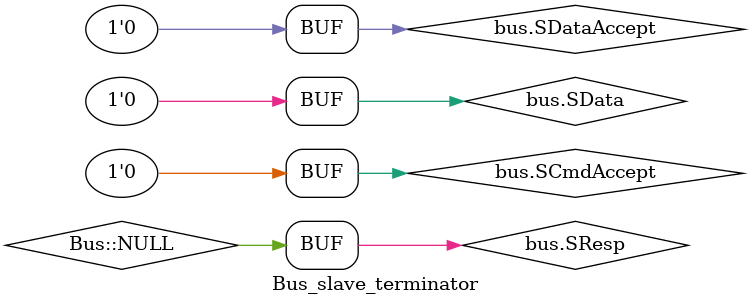
<source format=sv>
module Bus_slave_terminator
  ( Bus_if.slave bus );

  assign 
    bus.SCmdAccept = 1'b0,
    bus.SDataAccept = 1'b0,
    bus.SData = '0,
    bus.SResp = Bus::NULL;

endmodule

// vim: expandtab ts=2 sw=2 softtabstop=2 smarttab:

</source>
